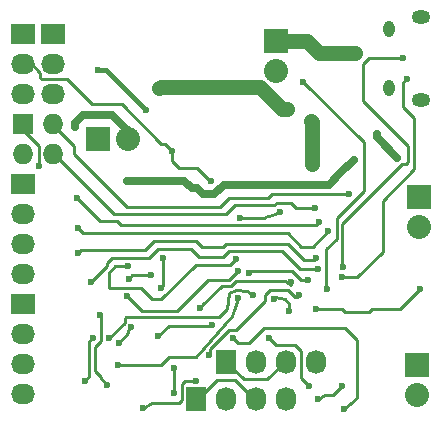
<source format=gbr>
G04 #@! TF.FileFunction,Copper,L2,Bot,Signal*
%FSLAX46Y46*%
G04 Gerber Fmt 4.6, Leading zero omitted, Abs format (unit mm)*
G04 Created by KiCad (PCBNEW 4.0.4-stable) date 05/09/17 17:15:03*
%MOMM*%
%LPD*%
G01*
G04 APERTURE LIST*
%ADD10C,0.100000*%
%ADD11O,0.950000X1.400000*%
%ADD12O,1.550000X1.200000*%
%ADD13R,1.727200X2.032000*%
%ADD14O,1.727200X2.032000*%
%ADD15R,2.032000X1.727200*%
%ADD16O,2.032000X1.727200*%
%ADD17R,1.727200X1.727200*%
%ADD18O,1.727200X1.727200*%
%ADD19R,2.032000X2.032000*%
%ADD20O,2.032000X2.032000*%
%ADD21C,0.600000*%
%ADD22C,0.250000*%
%ADD23C,1.270000*%
%ADD24C,0.635000*%
%ADD25C,0.400000*%
G04 APERTURE END LIST*
D10*
D11*
X102132960Y-106196400D03*
X102132960Y-101196400D03*
D12*
X104832960Y-107196400D03*
X104832960Y-100196400D03*
D13*
X88328500Y-129349500D03*
D14*
X90868500Y-129349500D03*
X93408500Y-129349500D03*
X95948500Y-129349500D03*
D15*
X71120000Y-114300000D03*
D16*
X71120000Y-116840000D03*
X71120000Y-119380000D03*
X71120000Y-121920000D03*
D17*
X71120000Y-109220000D03*
D18*
X73660000Y-109220000D03*
X71120000Y-111760000D03*
X73660000Y-111760000D03*
D13*
X85788500Y-132524500D03*
D14*
X88328500Y-132524500D03*
X90868500Y-132524500D03*
X93408500Y-132524500D03*
D15*
X71120000Y-124460000D03*
D16*
X71120000Y-127000000D03*
X71120000Y-129540000D03*
X71120000Y-132080000D03*
D19*
X77470000Y-110490000D03*
D20*
X80010000Y-110490000D03*
D19*
X104470200Y-129616200D03*
D20*
X104470200Y-132156200D03*
D15*
X71069200Y-101587300D03*
D16*
X71069200Y-104127300D03*
X71069200Y-106667300D03*
D15*
X73660000Y-101600000D03*
D16*
X73660000Y-104140000D03*
X73660000Y-106680000D03*
D19*
X104597200Y-115392200D03*
D20*
X104597200Y-117932200D03*
D19*
X92519500Y-102171500D03*
D20*
X92519500Y-104711500D03*
D21*
X81229200Y-133273800D03*
X85750400Y-130962400D03*
X99250500Y-103187500D03*
X101041200Y-110083600D03*
X102793800Y-112090200D03*
X93421200Y-108000800D03*
X98145600Y-131419600D03*
X96062800Y-132562600D03*
X95567500Y-112585500D03*
X95504000Y-108966000D03*
X79222600Y-127762000D03*
X80289400Y-126390400D03*
X75514200Y-109474000D03*
X80060800Y-122326400D03*
X81940400Y-122021600D03*
X95199200Y-122428000D03*
X90271600Y-121843800D03*
X82626200Y-106222800D03*
X104724200Y-123215400D03*
X95885000Y-124891800D03*
X99123500Y-112268000D03*
X79946500Y-114046000D03*
X94513400Y-123723400D03*
X86817200Y-128803400D03*
X77470000Y-104648000D03*
X81534000Y-108077000D03*
X72491600Y-112826800D03*
X83693000Y-111506000D03*
X87020400Y-114071400D03*
X92900500Y-116649500D03*
X89471500Y-117157500D03*
X90614500Y-123698000D03*
X78422500Y-127381000D03*
X89344500Y-123952000D03*
X79184500Y-129603500D03*
X89154000Y-120650000D03*
X80010000Y-121285000D03*
X79883000Y-123825000D03*
X89344500Y-121666000D03*
X93662500Y-125031500D03*
X92329000Y-124015500D03*
X98310700Y-133400800D03*
X88849200Y-127355600D03*
X95326200Y-131445000D03*
X91973400Y-127355600D03*
X94818200Y-105714800D03*
X96875600Y-123215400D03*
X98145600Y-122174000D03*
X103581200Y-105410000D03*
X98171000Y-121361200D03*
X103301800Y-103657400D03*
X96075500Y-121539000D03*
X76835000Y-122618500D03*
X95948500Y-120586500D03*
X75755500Y-120142000D03*
X96964500Y-118300500D03*
X75755500Y-118046500D03*
X96139000Y-117538500D03*
X75692000Y-115506500D03*
X98679000Y-115189000D03*
X95821500Y-116332000D03*
X93827600Y-122656600D03*
X86106000Y-124841000D03*
X87122000Y-126238000D03*
X82550000Y-127190500D03*
X83921600Y-132029200D03*
X83921600Y-129895600D03*
X82981800Y-120599200D03*
X82804000Y-123088400D03*
X78206600Y-131318000D03*
X77597000Y-125399800D03*
X76327000Y-131013200D03*
X77012800Y-127355600D03*
D22*
X93408500Y-129349500D02*
X93256100Y-129349500D01*
X93256100Y-129349500D02*
X91744800Y-130860800D01*
X89839800Y-130860800D02*
X88328500Y-129349500D01*
X91744800Y-130860800D02*
X89839800Y-130860800D01*
X85788500Y-132524500D02*
X85915500Y-132524500D01*
X85915500Y-132524500D02*
X87528400Y-130911600D01*
X89052400Y-130911600D02*
X90665300Y-132524500D01*
X87528400Y-130911600D02*
X89052400Y-130911600D01*
X90665300Y-132524500D02*
X90868500Y-132524500D01*
X81229200Y-133273800D02*
X81991200Y-132892800D01*
X81991200Y-132892800D02*
X84277200Y-132892800D01*
X84277200Y-132892800D02*
X84582000Y-132588000D01*
X84582000Y-132588000D02*
X84582000Y-131216400D01*
X84582000Y-131216400D02*
X84836000Y-130962400D01*
X84836000Y-130962400D02*
X85750400Y-130962400D01*
X88328500Y-132524500D02*
X88328500Y-132676900D01*
D23*
X92519500Y-102171500D02*
X95186500Y-102171500D01*
X96202500Y-103187500D02*
X99250500Y-103187500D01*
X95186500Y-102171500D02*
X96202500Y-103187500D01*
D24*
X101041200Y-110337600D02*
X101041200Y-110083600D01*
X102793800Y-112090200D02*
X101041200Y-110337600D01*
D23*
X93040200Y-108000800D02*
X93421200Y-108000800D01*
X91135200Y-106095800D02*
X93040200Y-108000800D01*
D22*
X97383600Y-132181600D02*
X98145600Y-131419600D01*
X96697800Y-132181600D02*
X97383600Y-132181600D01*
X96062800Y-132562600D02*
X96697800Y-132181600D01*
D23*
X95567500Y-112585500D02*
X95567500Y-109029500D01*
X95567500Y-109029500D02*
X95504000Y-108966000D01*
D22*
X80035400Y-126949200D02*
X79222600Y-127762000D01*
X80035400Y-126644400D02*
X80035400Y-126949200D01*
X80289400Y-126390400D02*
X80035400Y-126644400D01*
D24*
X75514200Y-109474000D02*
X75514200Y-109118400D01*
X80010000Y-110490000D02*
X80010000Y-109829600D01*
X80010000Y-109829600D02*
X78638400Y-108458000D01*
X78638400Y-108458000D02*
X76174600Y-108458000D01*
X76174600Y-108458000D02*
X75514200Y-109118400D01*
D22*
X80010000Y-109829600D02*
X78638400Y-108458000D01*
X75514200Y-109118400D02*
X75514200Y-109474000D01*
X76174600Y-108458000D02*
X75514200Y-109118400D01*
X78638400Y-108458000D02*
X76174600Y-108458000D01*
X80060800Y-122326400D02*
X80365600Y-122021600D01*
X80365600Y-122021600D02*
X81940400Y-122021600D01*
D24*
X80010000Y-110490000D02*
X80010000Y-109728000D01*
D22*
X94640400Y-122428000D02*
X95199200Y-122428000D01*
X93878400Y-121666000D02*
X94640400Y-122428000D01*
X90449400Y-121666000D02*
X93878400Y-121666000D01*
X90271600Y-121843800D02*
X90449400Y-121666000D01*
D23*
X82753200Y-106095800D02*
X91135200Y-106095800D01*
X82626200Y-106222800D02*
X82753200Y-106095800D01*
D22*
X103022400Y-124917200D02*
X104724200Y-123215400D01*
X100660200Y-124917200D02*
X103022400Y-124917200D01*
X100406200Y-125171200D02*
X100660200Y-124917200D01*
X98374200Y-125171200D02*
X100406200Y-125171200D01*
X98094800Y-124891800D02*
X98374200Y-125171200D01*
X95885000Y-124891800D02*
X98094800Y-124891800D01*
D24*
X97980500Y-113411000D02*
X99123500Y-112268000D01*
X97028000Y-114363500D02*
X97980500Y-113411000D01*
X88138000Y-114363500D02*
X97028000Y-114363500D01*
X87312500Y-115189000D02*
X88138000Y-114363500D01*
X86360000Y-115189000D02*
X87312500Y-115189000D01*
X85852000Y-114681000D02*
X86360000Y-115189000D01*
X85407500Y-114681000D02*
X85852000Y-114681000D01*
X84772500Y-114046000D02*
X85407500Y-114681000D01*
X79946500Y-114046000D02*
X84772500Y-114046000D01*
D22*
X94386400Y-123850400D02*
X94513400Y-123723400D01*
X94157800Y-123850400D02*
X94386400Y-123850400D01*
X93573600Y-123266200D02*
X94157800Y-123850400D01*
X92049600Y-123266200D02*
X93573600Y-123266200D01*
X91617800Y-123698000D02*
X92049600Y-123266200D01*
X91617800Y-124206000D02*
X91617800Y-123698000D01*
X89103200Y-126720600D02*
X91617800Y-124206000D01*
X88519000Y-126720600D02*
X89103200Y-126720600D01*
X86918800Y-128320800D02*
X88519000Y-126720600D01*
X86918800Y-128701800D02*
X86918800Y-128320800D01*
X86817200Y-128803400D02*
X86918800Y-128701800D01*
D25*
X78105000Y-104648000D02*
X77470000Y-104648000D01*
X81534000Y-108077000D02*
X78105000Y-104648000D01*
D22*
X72491600Y-112826800D02*
X72466200Y-112801400D01*
X72466200Y-112801400D02*
X72466200Y-111099600D01*
X72466200Y-111099600D02*
X71120000Y-109753400D01*
X71120000Y-109753400D02*
X71120000Y-109220000D01*
D25*
X71120000Y-109220000D02*
X71120000Y-109474000D01*
D22*
X71069200Y-103428800D02*
X72529700Y-104889300D01*
X72529700Y-104889300D02*
X72529700Y-105270300D01*
X72529700Y-105270300D02*
X72656700Y-105397300D01*
X72656700Y-105397300D02*
X74815700Y-105397300D01*
X74815700Y-105397300D02*
X76974700Y-107556300D01*
X76974700Y-107556300D02*
X79451200Y-107556300D01*
X79451200Y-107556300D02*
X82816700Y-110921800D01*
X82816700Y-110921800D02*
X83108800Y-110921800D01*
X83108800Y-110921800D02*
X83693000Y-111506000D01*
X83693000Y-112344200D02*
X83693000Y-111506000D01*
X84302600Y-112953800D02*
X83693000Y-112344200D01*
X85852000Y-112953800D02*
X84302600Y-112953800D01*
X86766400Y-113868200D02*
X85852000Y-112953800D01*
X86817200Y-113868200D02*
X86766400Y-113868200D01*
X87020400Y-114071400D02*
X86817200Y-113868200D01*
X92202000Y-116967000D02*
X92900500Y-116649500D01*
X91630500Y-117094000D02*
X92202000Y-116967000D01*
X91567000Y-117157500D02*
X91630500Y-117094000D01*
X89471500Y-117157500D02*
X91567000Y-117157500D01*
X90106500Y-123380500D02*
X90614500Y-123698000D01*
X89154000Y-123253500D02*
X90106500Y-123380500D01*
X88519000Y-123571000D02*
X89154000Y-123253500D01*
X88392000Y-124904500D02*
X88519000Y-123571000D01*
X87693500Y-125603000D02*
X88392000Y-124904500D01*
X79819500Y-125603000D02*
X87693500Y-125603000D01*
X79756000Y-125666500D02*
X79819500Y-125603000D01*
X79756000Y-126047500D02*
X79756000Y-125666500D01*
X78422500Y-127381000D02*
X79756000Y-126047500D01*
X89281000Y-124015500D02*
X89344500Y-123952000D01*
X88773000Y-125476000D02*
X89281000Y-124015500D01*
X85725000Y-128968500D02*
X88773000Y-125476000D01*
X83502500Y-128968500D02*
X85725000Y-128968500D01*
X82804000Y-129667000D02*
X83502500Y-128968500D01*
X79248000Y-129667000D02*
X82804000Y-129667000D01*
X79184500Y-129603500D02*
X79248000Y-129667000D01*
X78930500Y-121285000D02*
X80010000Y-121285000D01*
X78359000Y-121856500D02*
X78930500Y-121285000D01*
X78359000Y-123126500D02*
X78359000Y-121856500D01*
X81089500Y-123126500D02*
X78359000Y-123126500D01*
X82042000Y-124079000D02*
X81089500Y-123126500D01*
X82804000Y-124079000D02*
X82042000Y-124079000D01*
X85725000Y-121158000D02*
X82804000Y-124079000D01*
X88646000Y-121158000D02*
X85725000Y-121158000D01*
X89154000Y-120650000D02*
X88646000Y-121158000D01*
X81153000Y-125095000D02*
X79883000Y-123825000D01*
X84137500Y-125095000D02*
X81153000Y-125095000D01*
X86804500Y-122428000D02*
X84137500Y-125095000D01*
X88582500Y-122428000D02*
X86804500Y-122428000D01*
X89344500Y-121666000D02*
X88582500Y-122428000D01*
X93662500Y-124460000D02*
X93662500Y-125031500D01*
X93281500Y-124079000D02*
X93662500Y-124460000D01*
X92456000Y-123888500D02*
X93281500Y-124079000D01*
X92329000Y-124015500D02*
X92456000Y-123888500D01*
X88849200Y-127355600D02*
X89306400Y-127812800D01*
X89306400Y-127812800D02*
X90220800Y-127812800D01*
X90220800Y-127812800D02*
X91516200Y-126517400D01*
X91516200Y-126517400D02*
X98348800Y-126517400D01*
X98348800Y-126517400D02*
X99390200Y-127558800D01*
X99390200Y-127558800D02*
X99390200Y-132410200D01*
X99390200Y-132410200D02*
X98310700Y-133400800D01*
X95326200Y-131445000D02*
X94665800Y-130784600D01*
X94665800Y-130784600D02*
X94665800Y-128473200D01*
X94665800Y-128473200D02*
X94107000Y-127914400D01*
X94107000Y-127914400D02*
X92532200Y-127914400D01*
X92532200Y-127914400D02*
X91973400Y-127355600D01*
X94818200Y-105714800D02*
X99974400Y-110794800D01*
X99974400Y-110794800D02*
X99974400Y-114884200D01*
X99974400Y-114884200D02*
X97663000Y-117195600D01*
X97663000Y-117195600D02*
X97663000Y-118973600D01*
X97663000Y-118973600D02*
X96799400Y-119837200D01*
X96799400Y-119837200D02*
X96799400Y-123139200D01*
X96799400Y-123139200D02*
X96875600Y-123215400D01*
X103301800Y-105689400D02*
X103581200Y-105410000D01*
X103301800Y-107823000D02*
X103301800Y-105689400D01*
X104241600Y-108762800D02*
X103301800Y-107823000D01*
X104241600Y-113055400D02*
X104241600Y-108762800D01*
X101549200Y-115747800D02*
X104241600Y-113055400D01*
X101549200Y-120065800D02*
X101549200Y-115747800D01*
X99415600Y-122199400D02*
X101549200Y-120065800D01*
X98171000Y-122199400D02*
X99415600Y-122199400D01*
X98145600Y-122174000D02*
X98171000Y-122199400D01*
X100431600Y-103657400D02*
X103301800Y-103657400D01*
X99923600Y-104165400D02*
X100431600Y-103657400D01*
X99923600Y-107315000D02*
X99923600Y-104165400D01*
X103708200Y-111099600D02*
X99923600Y-107315000D01*
X103708200Y-112471200D02*
X103708200Y-111099600D01*
X103530400Y-112649000D02*
X103708200Y-112471200D01*
X103225600Y-112649000D02*
X103530400Y-112649000D01*
X98145600Y-117729000D02*
X103225600Y-112649000D01*
X98145600Y-121335800D02*
X98145600Y-117729000D01*
X98171000Y-121361200D02*
X98145600Y-121335800D01*
X94551500Y-121539000D02*
X96075500Y-121539000D01*
X93027500Y-120015000D02*
X94551500Y-121539000D01*
X88519000Y-120015000D02*
X93027500Y-120015000D01*
X88011000Y-120523000D02*
X88519000Y-120015000D01*
X86042500Y-120523000D02*
X88011000Y-120523000D01*
X85344000Y-119824500D02*
X86042500Y-120523000D01*
X82550000Y-119824500D02*
X85344000Y-119824500D01*
X81788000Y-120586500D02*
X82550000Y-119824500D01*
X78613000Y-120586500D02*
X81788000Y-120586500D01*
X78232000Y-120967500D02*
X78613000Y-120586500D01*
X78232000Y-121221500D02*
X78232000Y-120967500D01*
X76835000Y-122618500D02*
X78232000Y-121221500D01*
X95758000Y-120777000D02*
X95948500Y-120586500D01*
X94932500Y-120777000D02*
X95758000Y-120777000D01*
X93535500Y-119380000D02*
X94932500Y-120777000D01*
X88265000Y-119380000D02*
X93535500Y-119380000D01*
X88011000Y-119634000D02*
X88265000Y-119380000D01*
X86296500Y-119634000D02*
X88011000Y-119634000D01*
X85788500Y-119126000D02*
X86296500Y-119634000D01*
X82169000Y-119126000D02*
X85788500Y-119126000D01*
X81407000Y-119888000D02*
X82169000Y-119126000D01*
X76009500Y-119888000D02*
X81407000Y-119888000D01*
X75755500Y-120142000D02*
X76009500Y-119888000D01*
X95631000Y-119634000D02*
X96964500Y-118300500D01*
X94678500Y-119634000D02*
X95631000Y-119634000D01*
X93535500Y-118491000D02*
X94678500Y-119634000D01*
X76200000Y-118491000D02*
X93535500Y-118491000D01*
X75755500Y-118046500D02*
X76200000Y-118491000D01*
X95885000Y-117792500D02*
X96139000Y-117538500D01*
X79375000Y-117792500D02*
X95885000Y-117792500D01*
X79057500Y-117475000D02*
X79375000Y-117792500D01*
X77660500Y-117475000D02*
X79057500Y-117475000D01*
X75692000Y-115506500D02*
X77660500Y-117475000D01*
X73660000Y-109220000D02*
X73660000Y-109283500D01*
X73660000Y-109283500D02*
X75438000Y-111061500D01*
X75438000Y-111061500D02*
X75438000Y-111760000D01*
X75438000Y-111760000D02*
X79946500Y-116268500D01*
X79946500Y-116268500D02*
X87820500Y-116268500D01*
X87820500Y-116268500D02*
X88582500Y-115506500D01*
X88582500Y-115506500D02*
X91884500Y-115506500D01*
X91884500Y-115506500D02*
X92202000Y-115189000D01*
X92202000Y-115189000D02*
X98679000Y-115189000D01*
X73660000Y-111760000D02*
X73723500Y-111760000D01*
X73723500Y-111760000D02*
X78803500Y-116840000D01*
X78803500Y-116840000D02*
X88328500Y-116840000D01*
X88328500Y-116840000D02*
X89090500Y-116078000D01*
X89090500Y-116078000D02*
X92392500Y-116078000D01*
X92392500Y-116078000D02*
X92583000Y-115887500D01*
X92583000Y-115887500D02*
X93789500Y-115887500D01*
X93789500Y-115887500D02*
X94234000Y-116332000D01*
X94234000Y-116332000D02*
X95821500Y-116332000D01*
X93827600Y-122847100D02*
X93827600Y-122656600D01*
X93281500Y-122491500D02*
X93827600Y-122847100D01*
X89155398Y-122491500D02*
X93281500Y-122491500D01*
X88706992Y-122939906D02*
X89155398Y-122491500D01*
X87943594Y-122939906D02*
X88706992Y-122939906D01*
X86296500Y-124587000D02*
X87943594Y-122939906D01*
X86296500Y-124650500D02*
X86296500Y-124587000D01*
X86106000Y-124841000D02*
X86296500Y-124650500D01*
X87058500Y-126301500D02*
X87122000Y-126238000D01*
X83439000Y-126301500D02*
X87058500Y-126301500D01*
X82550000Y-127190500D02*
X83439000Y-126301500D01*
X83921600Y-132029200D02*
X83870800Y-131978400D01*
X83870800Y-131978400D02*
X83921600Y-129895600D01*
X82981800Y-122910600D02*
X82981800Y-120599200D01*
X82804000Y-123088400D02*
X82981800Y-122910600D01*
X78206600Y-131318000D02*
X77673200Y-130784600D01*
X77673200Y-130784600D02*
X77673200Y-130639398D01*
X77673200Y-130639398D02*
X77183402Y-130149600D01*
X77183402Y-130149600D02*
X77183402Y-128099398D01*
X77183402Y-128099398D02*
X77673200Y-127609600D01*
X77673200Y-127609600D02*
X77673200Y-125476000D01*
X77673200Y-125476000D02*
X77597000Y-125399800D01*
X76327000Y-131013200D02*
X76733400Y-130606800D01*
X76733400Y-130606800D02*
X76733400Y-127635000D01*
X76733400Y-127635000D02*
X77012800Y-127355600D01*
M02*

</source>
